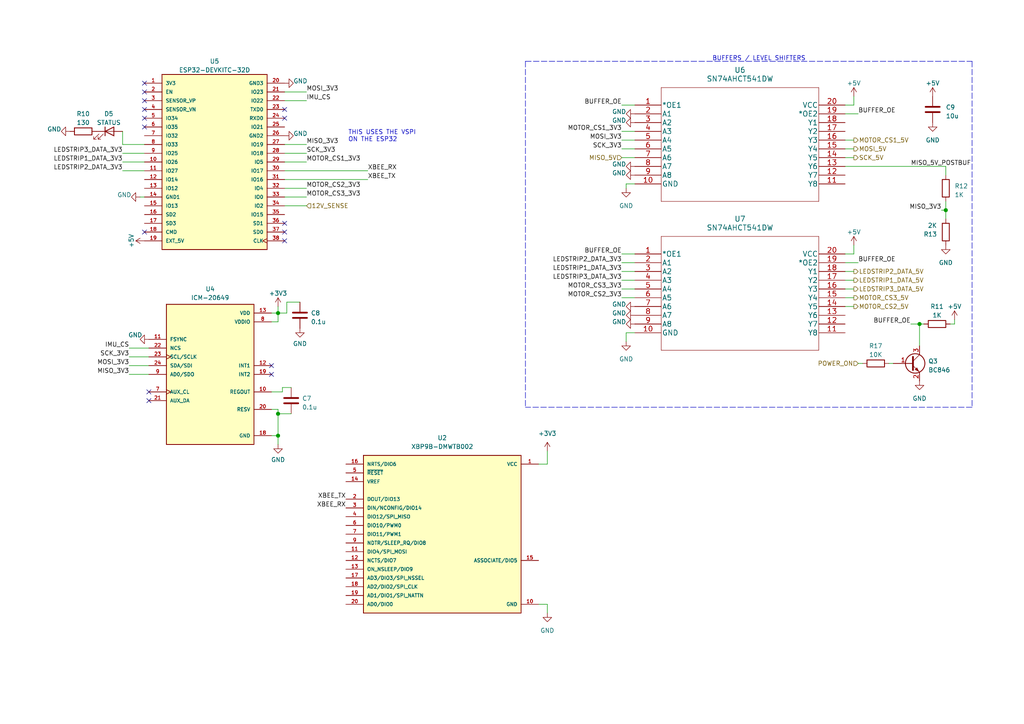
<source format=kicad_sch>
(kicad_sch (version 20211123) (generator eeschema)
  (paper "A4")
  (lib_symbols
    (symbol "Device:C" (pin_numbers hide) (pin_names (offset 0.254))
      (property "Reference" "C" (at 0.635 2.54 0))
      (property "Value" "C" (at 0.635 -2.54 0))
      (symbol "C_0_1"
        (polyline (pts (xy -2.032 -0.762) (xy 2.032 -0.762)) (stroke (width 0.508)))
        (polyline (pts (xy -2.032 0.762) (xy 2.032 0.762)) (stroke (width 0.508)))
      )
      (symbol "C_1_1"
        (pin passive line (at 0 3.81 270) (length 2.794) (name "~") (number "1"))
        (pin passive line (at 0 -3.81 90) (length 2.794) (name "~") (number "2"))
      )
    )
    (symbol "Device:LED" (pin_numbers hide) (pin_names (offset 1.016) hide)
      (property "Reference" "D" (at 0 2.54 0))
      (property "Value" "LED" (at 0 -2.54 0))
      (symbol "LED_0_1"
        (polyline (pts (xy -1.27 -1.27) (xy -1.27 1.27)) (stroke (width 0.254)))
        (polyline (pts (xy -1.27 0) (xy 1.27 0)))
        (polyline (pts (xy 1.27 -1.27) (xy 1.27 1.27) (xy -1.27 0) (xy 1.27 -1.27)) (stroke (width 0.254)))
        (polyline (pts (xy -3.048 -0.762) (xy -4.572 -2.286) (xy -3.81 -2.286) (xy -4.572 -2.286) (xy -4.572 -1.524)))
        (polyline (pts (xy -1.778 -0.762) (xy -3.302 -2.286) (xy -2.54 -2.286) (xy -3.302 -2.286) (xy -3.302 -1.524)))
      )
      (symbol "LED_1_1"
        (pin passive line (at -3.81 0 0) (length 2.54) (name "K") (number "1"))
        (pin passive line (at 3.81 0 180) (length 2.54) (name "A") (number "2"))
      )
    )
    (symbol "Device:R" (pin_numbers hide) (pin_names (offset 0))
      (property "Reference" "R" (at 2.032 0 90))
      (property "Value" "R" (at 0 0 90))
      (symbol "R_0_1"
        (rectangle (start -1.016 -2.54) (end 1.016 2.54) (stroke (width 0.254)))
      )
      (symbol "R_1_1"
        (pin passive line (at 0 3.81 270) (length 1.27) (name "~") (number "1"))
        (pin passive line (at 0 -3.81 90) (length 1.27) (name "~") (number "2"))
      )
    )
    (symbol "ESP32-DEVKITC-32D:ESP32-DEVKITC-32D" (pin_names (offset 1.016))
      (property "Reference" "U" (at -15.2654 26.0604 0))
      (property "Value" "ESP32-DEVKITC-32D" (at -15.2654 -27.9654 0))
      (symbol "ESP32-DEVKITC-32D_0_0"
        (rectangle (start -15.24 -25.4) (end 15.24 25.4) (stroke (width 0.254)) (fill (type background)))
        (pin power_in line (at -20.32 22.86 0) (length 5.08) (name "3V3") (number "1"))
        (pin bidirectional line (at -20.32 0 0) (length 5.08) (name "IO26") (number "10"))
        (pin bidirectional line (at -20.32 -2.54 0) (length 5.08) (name "IO27") (number "11"))
        (pin bidirectional line (at -20.32 -5.08 0) (length 5.08) (name "IO14") (number "12"))
        (pin bidirectional line (at -20.32 -7.62 0) (length 5.08) (name "IO12") (number "13"))
        (pin power_in line (at -20.32 -10.16 0) (length 5.08) (name "GND1") (number "14"))
        (pin bidirectional line (at -20.32 -12.7 0) (length 5.08) (name "IO13") (number "15"))
        (pin bidirectional line (at -20.32 -15.24 0) (length 5.08) (name "SD2") (number "16"))
        (pin bidirectional line (at -20.32 -17.78 0) (length 5.08) (name "SD3") (number "17"))
        (pin bidirectional line (at -20.32 -20.32 0) (length 5.08) (name "CMD") (number "18"))
        (pin power_in line (at -20.32 -22.86 0) (length 5.08) (name "EXT_5V") (number "19"))
        (pin input line (at -20.32 20.32 0) (length 5.08) (name "EN") (number "2"))
        (pin power_in line (at 20.32 22.86 180) (length 5.08) (name "GND3") (number "20"))
        (pin bidirectional line (at 20.32 20.32 180) (length 5.08) (name "IO23") (number "21"))
        (pin bidirectional line (at 20.32 17.78 180) (length 5.08) (name "IO22") (number "22"))
        (pin output line (at 20.32 15.24 180) (length 5.08) (name "TXD0") (number "23"))
        (pin input line (at 20.32 12.7 180) (length 5.08) (name "RXD0") (number "24"))
        (pin bidirectional line (at 20.32 10.16 180) (length 5.08) (name "IO21") (number "25"))
        (pin power_in line (at 20.32 7.62 180) (length 5.08) (name "GND2") (number "26"))
        (pin bidirectional line (at 20.32 5.08 180) (length 5.08) (name "IO19") (number "27"))
        (pin bidirectional line (at 20.32 2.54 180) (length 5.08) (name "IO18") (number "28"))
        (pin bidirectional line (at 20.32 0 180) (length 5.08) (name "IO5") (number "29"))
        (pin input line (at -20.32 17.78 0) (length 5.08) (name "SENSOR_VP") (number "3"))
        (pin bidirectional line (at 20.32 -2.54 180) (length 5.08) (name "IO17") (number "30"))
        (pin bidirectional line (at 20.32 -5.08 180) (length 5.08) (name "IO16") (number "31"))
        (pin bidirectional line (at 20.32 -7.62 180) (length 5.08) (name "IO4") (number "32"))
        (pin bidirectional line (at 20.32 -10.16 180) (length 5.08) (name "IO0") (number "33"))
        (pin bidirectional line (at 20.32 -12.7 180) (length 5.08) (name "IO2") (number "34"))
        (pin bidirectional line (at 20.32 -15.24 180) (length 5.08) (name "IO15") (number "35"))
        (pin bidirectional line (at 20.32 -17.78 180) (length 5.08) (name "SD1") (number "36"))
        (pin bidirectional line (at 20.32 -20.32 180) (length 5.08) (name "SD0") (number "37"))
        (pin input clock (at 20.32 -22.86 180) (length 5.08) (name "CLK") (number "38"))
        (pin input line (at -20.32 15.24 0) (length 5.08) (name "SENSOR_VN") (number "4"))
        (pin bidirectional line (at -20.32 12.7 0) (length 5.08) (name "IO34") (number "5"))
        (pin bidirectional line (at -20.32 10.16 0) (length 5.08) (name "IO35") (number "6"))
        (pin bidirectional line (at -20.32 7.62 0) (length 5.08) (name "IO32") (number "7"))
        (pin bidirectional line (at -20.32 5.08 0) (length 5.08) (name "IO33") (number "8"))
        (pin bidirectional line (at -20.32 2.54 0) (length 5.08) (name "IO25") (number "9"))
      )
    )
    (symbol "ICM-20649:ICM-20649" (pin_names (offset 1.016))
      (property "Reference" "U" (at -12.7254 20.9804 0))
      (property "Value" "ICM-20649" (at -12.7 -22.86 0))
      (symbol "ICM-20649_0_0"
        (rectangle (start -12.7 -20.32) (end 12.7 20.32) (stroke (width 0.254)) (fill (type background)))
        (pin passive line (at 17.78 -5.08 180) (length 5.08) (name "REGOUT") (number "10"))
        (pin input line (at -17.78 10.16 0) (length 5.08) (name "FSYNC") (number "11"))
        (pin output line (at 17.78 2.54 180) (length 5.08) (name "INT1") (number "12"))
        (pin power_in line (at 17.78 17.78 180) (length 5.08) (name "VDD") (number "13"))
        (pin power_in line (at 17.78 -17.78 180) (length 5.08) (name "GND") (number "18"))
        (pin output line (at 17.78 0 180) (length 5.08) (name "INT2") (number "19"))
        (pin passive line (at 17.78 -10.16 180) (length 5.08) (name "RESV") (number "20"))
        (pin bidirectional line (at -17.78 -7.62 0) (length 5.08) (name "AUX_DA") (number "21"))
        (pin input line (at -17.78 7.62 0) (length 5.08) (name "NCS") (number "22"))
        (pin input clock (at -17.78 5.08 0) (length 5.08) (name "SCL/SCLK") (number "23"))
        (pin input line (at -17.78 2.54 0) (length 5.08) (name "SDA/SDI") (number "24"))
        (pin bidirectional clock (at -17.78 -5.08 0) (length 5.08) (name "AUX_CL") (number "7"))
        (pin power_in line (at 17.78 15.24 180) (length 5.08) (name "VDDIO") (number "8"))
        (pin output line (at -17.78 0 0) (length 5.08) (name "AD0/SDO") (number "9"))
      )
    )
    (symbol "SN74AHCT541DW:SN74AHCT541DW" (pin_names (offset 0.254))
      (property "Reference" "U" (at 30.48 10.16 0))
      (property "Value" "SN74AHCT541DW" (at 30.48 7.62 0))
      (symbol "SN74AHCT541DW_1_1"
        (polyline (pts (xy 7.62 -27.94) (xy 53.34 -27.94)) (stroke (width 0.127)))
        (polyline (pts (xy 7.62 5.08) (xy 7.62 -27.94)) (stroke (width 0.127)))
        (polyline (pts (xy 53.34 -27.94) (xy 53.34 5.08)) (stroke (width 0.127)))
        (polyline (pts (xy 53.34 5.08) (xy 7.62 5.08)) (stroke (width 0.127)))
        (pin input line (at 0 0 0) (length 7.62) (name "*OE1") (number "1"))
        (pin power_in line (at 0 -22.86 0) (length 7.62) (name "GND") (number "10"))
        (pin output line (at 60.96 -22.86 180) (length 7.62) (name "Y8") (number "11"))
        (pin output line (at 60.96 -20.32 180) (length 7.62) (name "Y7") (number "12"))
        (pin output line (at 60.96 -17.78 180) (length 7.62) (name "Y6") (number "13"))
        (pin output line (at 60.96 -15.24 180) (length 7.62) (name "Y5") (number "14"))
        (pin output line (at 60.96 -12.7 180) (length 7.62) (name "Y4") (number "15"))
        (pin output line (at 60.96 -10.16 180) (length 7.62) (name "Y3") (number "16"))
        (pin output line (at 60.96 -7.62 180) (length 7.62) (name "Y2") (number "17"))
        (pin output line (at 60.96 -5.08 180) (length 7.62) (name "Y1") (number "18"))
        (pin input line (at 60.96 -2.54 180) (length 7.62) (name "*OE2") (number "19"))
        (pin input line (at 0 -2.54 0) (length 7.62) (name "A1") (number "2"))
        (pin power_in line (at 60.96 0 180) (length 7.62) (name "VCC") (number "20"))
        (pin input line (at 0 -5.08 0) (length 7.62) (name "A2") (number "3"))
        (pin input line (at 0 -7.62 0) (length 7.62) (name "A3") (number "4"))
        (pin input line (at 0 -10.16 0) (length 7.62) (name "A4") (number "5"))
        (pin input line (at 0 -12.7 0) (length 7.62) (name "A5") (number "6"))
        (pin input line (at 0 -15.24 0) (length 7.62) (name "A6") (number "7"))
        (pin input line (at 0 -17.78 0) (length 7.62) (name "A7") (number "8"))
        (pin input line (at 0 -20.32 0) (length 7.62) (name "A8") (number "9"))
      )
    )
    (symbol "Transistor_BJT:BC846" (pin_names (offset 0) hide)
      (property "Reference" "Q" (at 5.08 1.905 0))
      (property "Value" "BC846" (at 5.08 0 0))
      (symbol "BC846_0_1"
        (polyline (pts (xy 0.635 0.635) (xy 2.54 2.54)))
        (polyline (pts (xy 0.635 -0.635) (xy 2.54 -2.54) (xy 2.54 -2.54)))
        (polyline (pts (xy 0.635 1.905) (xy 0.635 -1.905) (xy 0.635 -1.905)) (stroke (width 0.508)))
        (polyline (pts (xy 1.27 -1.778) (xy 1.778 -1.27) (xy 2.286 -2.286) (xy 1.27 -1.778) (xy 1.27 -1.778)) (fill (type outline)))
        (circle (center 1.27 0) (radius 2.8194) (stroke (width 0.254)))
      )
      (symbol "BC846_1_1"
        (pin input line (at -5.08 0 0) (length 5.715) (name "B") (number "1"))
        (pin passive line (at 2.54 -5.08 90) (length 2.54) (name "E") (number "2"))
        (pin passive line (at 2.54 5.08 270) (length 2.54) (name "C") (number "3"))
      )
    )
    (symbol "XBP9B-DMWTB002:XBP9B-DMWTB002" (pin_names (offset 1.016))
      (property "Reference" "U" (at -22.9108 25.4762 0))
      (property "Value" "XBP9B-DMWTB002" (at -22.9108 -25.4508 0))
      (symbol "XBP9B-DMWTB002_0_0"
        (rectangle (start -22.86 -22.86) (end 22.86 22.86) (stroke (width 0.254)) (fill (type background)))
        (pin power_in line (at 27.94 20.32 180) (length 5.08) (name "VCC") (number "1"))
        (pin power_in line (at 27.94 -20.32 180) (length 5.08) (name "GND") (number "10"))
        (pin bidirectional line (at -27.94 -5.08 0) (length 5.08) (name "DIO4/SPI_MOSI") (number "11"))
        (pin bidirectional line (at -27.94 -7.62 0) (length 5.08) (name "NCTS/DIO7") (number "12"))
        (pin bidirectional line (at -27.94 -10.16 0) (length 5.08) (name "ON_NSLEEP/DIO9") (number "13"))
        (pin input line (at -27.94 15.24 0) (length 5.08) (name "VREF") (number "14"))
        (pin output line (at 27.94 -7.62 180) (length 5.08) (name "ASSOCIATE/DIO5") (number "15"))
        (pin input line (at -27.94 20.32 0) (length 5.08) (name "NRTS/DIO6") (number "16"))
        (pin bidirectional line (at -27.94 -12.7 0) (length 5.08) (name "AD3/DIO3/SPI_NSSEL") (number "17"))
        (pin bidirectional line (at -27.94 -15.24 0) (length 5.08) (name "AD2/DIO2/SPI_CLK") (number "18"))
        (pin bidirectional line (at -27.94 -17.78 0) (length 5.08) (name "AD1/DIO1/SPI_NATTN") (number "19"))
        (pin bidirectional line (at -27.94 10.16 0) (length 5.08) (name "DOUT/DIO13") (number "2"))
        (pin bidirectional line (at -27.94 -20.32 0) (length 5.08) (name "AD0/DIO0") (number "20"))
        (pin bidirectional line (at -27.94 7.62 0) (length 5.08) (name "DIN/NCONFIG/DIO14") (number "3"))
        (pin bidirectional line (at -27.94 5.08 0) (length 5.08) (name "DIO12/SPI_MISO") (number "4"))
        (pin input line (at -27.94 17.78 0) (length 5.08) (name "~{RESET}") (number "5"))
        (pin bidirectional line (at -27.94 2.54 0) (length 5.08) (name "DIO10/PWM0") (number "6"))
        (pin bidirectional line (at -27.94 0 0) (length 5.08) (name "DIO11/PWM1") (number "7"))
        (pin bidirectional line (at -27.94 -2.54 0) (length 5.08) (name "NDTR/SLEEP_RQ/DIO8") (number "9"))
      )
    )
    (symbol "power:+3.3V" (power) (pin_names (offset 0))
      (property "Value" "+3.3V" (at 0 3.556 0))
      (symbol "+3.3V_0_1"
        (polyline (pts (xy -0.762 1.27) (xy 0 2.54)))
        (polyline (pts (xy 0 0) (xy 0 2.54)))
        (polyline (pts (xy 0 2.54) (xy 0.762 1.27)))
      )
      (symbol "+3.3V_1_1"
        (pin power_in line (at 0 0 90) (length 0) hide (name "+3V3") (number "1"))
      )
    )
    (symbol "power:+5V" (power) (pin_names (offset 0))
      (property "Value" "+5V" (at 0 3.556 0))
      (symbol "+5V_0_1"
        (polyline (pts (xy -0.762 1.27) (xy 0 2.54)))
        (polyline (pts (xy 0 0) (xy 0 2.54)))
        (polyline (pts (xy 0 2.54) (xy 0.762 1.27)))
      )
      (symbol "+5V_1_1"
        (pin power_in line (at 0 0 90) (length 0) hide (name "+5V") (number "1"))
      )
    )
    (symbol "power:GND" (power) (pin_names (offset 0))
      (property "Value" "GND" (at 0 -3.81 0))
      (symbol "GND_0_1"
        (polyline (pts (xy 0 0) (xy 0 -1.27) (xy 1.27 -1.27) (xy 0 -2.54) (xy -1.27 -1.27) (xy 0 -1.27)))
      )
      (symbol "GND_1_1"
        (pin power_in line (at 0 0 270) (length 0) hide (name "GND") (number "1"))
      )
    )
  )
  (junction (at 266.7 93.98) (diameter 1.016))
  (junction (at 80.645 90.805) (diameter 1.016))
  (junction (at 274.32 60.96) (diameter 1.016))
  (junction (at 80.645 126.365) (diameter 1.016))
  (junction (at 80.645 120.015) (diameter 1.016))
  (no_connect (at 82.55 64.77))
  (no_connect (at 82.55 67.31))
  (no_connect (at 41.91 36.83))
  (no_connect (at 41.91 34.29))
  (no_connect (at 82.55 69.85))
  (no_connect (at 41.91 24.13))
  (no_connect (at 41.91 26.67))
  (no_connect (at 41.91 67.31))
  (no_connect (at 41.91 29.21))
  (no_connect (at 41.91 31.75))
  (no_connect (at 43.18 116.205))
  (no_connect (at 43.18 113.665))
  (no_connect (at 78.74 106.045))
  (no_connect (at 78.74 108.585))
  (no_connect (at 82.55 31.75))
  (no_connect (at 82.55 34.29))
  (wire (pts (xy 82.55 59.69) (xy 88.9 59.69)))
  (wire (pts (xy 245.11 86.36) (xy 247.65 86.36)))
  (wire (pts (xy 245.11 43.18) (xy 247.65 43.18)))
  (wire (pts (xy 274.32 60.96) (xy 274.32 63.5)))
  (wire (pts (xy 245.11 45.72) (xy 247.65 45.72)))
  (wire (pts (xy 78.74 113.665) (xy 81.915 113.665)))
  (wire (pts (xy 81.915 112.395) (xy 84.455 112.395)))
  (wire (pts (xy 81.915 113.665) (xy 81.915 112.395)))
  (wire (pts (xy 78.74 118.745) (xy 80.645 118.745)))
  (wire (pts (xy 80.645 120.015) (xy 80.645 126.365)))
  (wire (pts (xy 80.645 126.365) (xy 80.645 128.905)))
  (wire (pts (xy 80.645 118.745) (xy 80.645 120.015)))
  (wire (pts (xy 37.465 108.585) (xy 43.18 108.585)))
  (wire (pts (xy 106.68 49.53) (xy 82.55 49.53)))
  (wire (pts (xy 245.11 88.9) (xy 247.65 88.9)))
  (wire (pts (xy 37.465 100.965) (xy 43.18 100.965)))
  (polyline (pts (xy 281.94 17.78) (xy 281.94 118.11)) (stroke (width 0) (type dash)))
  (polyline (pts (xy 152.4 17.78) (xy 152.4 118.11)) (stroke (width 0) (type dash)))
  (polyline (pts (xy 281.94 118.11) (xy 152.4 118.11)) (stroke (width 0) (type dash)))
  (polyline (pts (xy 152.4 17.78) (xy 281.94 17.78)) (stroke (width 0) (type dash)))
  (wire (pts (xy 181.61 96.52) (xy 184.15 96.52)))
  (wire (pts (xy 181.61 99.06) (xy 181.61 96.52)))
  (wire (pts (xy 35.56 44.45) (xy 41.91 44.45)))
  (wire (pts (xy 37.465 106.045) (xy 43.18 106.045)))
  (wire (pts (xy 158.75 175.26) (xy 156.21 175.26)))
  (wire (pts (xy 180.34 76.2) (xy 184.15 76.2)))
  (wire (pts (xy 267.97 93.98) (xy 266.7 93.98)))
  (wire (pts (xy 106.68 52.07) (xy 82.55 52.07)))
  (wire (pts (xy 82.55 29.21) (xy 88.9 29.21)))
  (wire (pts (xy 266.7 93.98) (xy 266.7 100.33)))
  (wire (pts (xy 245.11 76.2) (xy 248.92 76.2)))
  (wire (pts (xy 247.65 81.28) (xy 245.11 81.28)))
  (wire (pts (xy 35.56 46.99) (xy 41.91 46.99)))
  (wire (pts (xy 180.34 78.74) (xy 184.15 78.74)))
  (wire (pts (xy 247.65 78.74) (xy 245.11 78.74)))
  (wire (pts (xy 83.185 87.63) (xy 86.995 87.63)))
  (wire (pts (xy 80.645 90.805) (xy 83.185 90.805)))
  (wire (pts (xy 83.185 90.805) (xy 83.185 87.63)))
  (wire (pts (xy 180.34 45.72) (xy 184.15 45.72)))
  (wire (pts (xy 245.11 40.64) (xy 247.65 40.64)))
  (wire (pts (xy 82.55 54.61) (xy 88.9 54.61)))
  (wire (pts (xy 80.645 88.9) (xy 80.645 90.805)))
  (wire (pts (xy 80.645 90.805) (xy 78.74 90.805)))
  (wire (pts (xy 88.9 46.99) (xy 82.55 46.99)))
  (wire (pts (xy 180.34 38.1) (xy 184.15 38.1)))
  (wire (pts (xy 37.465 103.505) (xy 43.18 103.505)))
  (wire (pts (xy 180.34 81.28) (xy 184.15 81.28)))
  (wire (pts (xy 180.34 43.18) (xy 184.15 43.18)))
  (wire (pts (xy 247.65 27.94) (xy 247.65 30.48)))
  (wire (pts (xy 247.65 30.48) (xy 245.11 30.48)))
  (wire (pts (xy 247.65 71.12) (xy 247.65 73.66)))
  (wire (pts (xy 245.11 73.66) (xy 247.65 73.66)))
  (wire (pts (xy 180.34 40.64) (xy 184.15 40.64)))
  (wire (pts (xy 247.65 83.82) (xy 245.11 83.82)))
  (wire (pts (xy 180.34 86.36) (xy 184.15 86.36)))
  (wire (pts (xy 88.9 41.91) (xy 82.55 41.91)))
  (wire (pts (xy 78.74 126.365) (xy 80.645 126.365)))
  (wire (pts (xy 35.56 38.1) (xy 35.56 41.91)))
  (wire (pts (xy 41.91 41.91) (xy 35.56 41.91)))
  (wire (pts (xy 88.9 44.45) (xy 82.55 44.45)))
  (wire (pts (xy 78.74 93.345) (xy 80.645 93.345)))
  (wire (pts (xy 80.645 93.345) (xy 80.645 90.805)))
  (wire (pts (xy 158.75 134.62) (xy 156.21 134.62)))
  (wire (pts (xy 274.32 58.42) (xy 274.32 60.96)))
  (wire (pts (xy 84.455 120.015) (xy 80.645 120.015)))
  (wire (pts (xy 180.34 83.82) (xy 184.15 83.82)))
  (wire (pts (xy 180.34 30.48) (xy 184.15 30.48)))
  (wire (pts (xy 40.64 57.15) (xy 41.91 57.15)))
  (wire (pts (xy 82.55 57.15) (xy 88.9 57.15)))
  (wire (pts (xy 276.86 93.98) (xy 275.59 93.98)))
  (wire (pts (xy 180.34 73.66) (xy 184.15 73.66)))
  (wire (pts (xy 245.11 33.02) (xy 248.92 33.02)))
  (wire (pts (xy 248.92 105.41) (xy 250.19 105.41)))
  (wire (pts (xy 276.86 92.71) (xy 276.86 93.98)))
  (wire (pts (xy 273.05 60.96) (xy 274.32 60.96)))
  (wire (pts (xy 181.61 54.61) (xy 181.61 53.34)))
  (wire (pts (xy 181.61 53.34) (xy 184.15 53.34)))
  (wire (pts (xy 264.16 93.98) (xy 266.7 93.98)))
  (wire (pts (xy 158.75 177.8) (xy 158.75 175.26)))
  (wire (pts (xy 88.9 26.67) (xy 82.55 26.67)))
  (wire (pts (xy 35.56 49.53) (xy 41.91 49.53)))
  (wire (pts (xy 274.32 48.26) (xy 274.32 50.8)))
  (wire (pts (xy 245.11 48.26) (xy 274.32 48.26)))
  (wire (pts (xy 257.81 105.41) (xy 259.08 105.41)))
  (wire (pts (xy 158.75 130.81) (xy 158.75 134.62)))
  (text "BUFFERS / LEVEL SHIFTERS" (at 233.68 17.78 180) (effects (font (size 1.27 1.27)) (justify right bottom)))
  (text "THIS USES THE VSPI\nON THE ESP32" (at 100.965 41.275 0) (effects (font (size 1.27 1.27)) (justify left bottom)))
  (label "LEDSTRIP2_DATA_3V3" (at 35.56 49.53 180))
  (label "LEDSTRIP2_DATA_3V3" (at 180.34 76.2 180))
  (label "SCK_3V3" (at 88.9 44.45 0))
  (label "MISO_3V3" (at 88.9 41.91 0))
  (label "IMU_CS" (at 37.465 100.965 180))
  (label "BUFFER_OE" (at 180.34 30.48 180))
  (label "XBEE_RX" (at 100.33 147.32 180))
  (label "SCK_3V3" (at 37.465 103.505 180))
  (label "MOTOR_CS3_3V3" (at 88.9 57.15 0))
  (label "IMU_CS" (at 88.9 29.21 0))
  (label "MOTOR_CS3_3V3" (at 180.34 83.82 180))
  (label "LEDSTRIP3_DATA_3V3" (at 35.56 44.45 180))
  (label "BUFFER_OE" (at 248.92 33.02 0))
  (label "XBEE_TX" (at 106.68 52.07 0))
  (label "BUFFER_OE" (at 264.16 93.98 180))
  (label "MOSI_3V3" (at 37.465 106.045 180))
  (label "MOSI_3V3" (at 180.34 40.64 180))
  (label "LEDSTRIP1_DATA_3V3" (at 35.56 46.99 180))
  (label "MOTOR_CS1_3V3" (at 180.34 38.1 180))
  (label "MISO_3V3" (at 37.465 108.585 180))
  (label "MOTOR_CS2_3V3" (at 88.9 54.61 0))
  (label "BUFFER_OE" (at 180.34 73.66 180))
  (label "BUFFER_OE" (at 248.92 76.2 0))
  (label "SCK_3V3" (at 180.34 43.18 180))
  (label "LEDSTRIP3_DATA_3V3" (at 180.34 81.28 180))
  (label "XBEE_RX" (at 106.68 49.53 0))
  (label "MISO_5V_POSTBUF" (at 264.16 48.26 0))
  (label "MOTOR_CS1_3V3" (at 88.9 46.99 0))
  (label "XBEE_TX" (at 100.33 144.78 180))
  (label "LEDSTRIP1_DATA_3V3" (at 180.34 78.74 180))
  (label "MOSI_3V3" (at 88.9 26.67 0))
  (label "MOTOR_CS2_3V3" (at 180.34 86.36 180))
  (label "MISO_3V3" (at 273.05 60.96 180))
  (hierarchical_label "MOTOR_CS3_5V" (shape output) (at 247.65 86.36 0))
  (hierarchical_label "MOTOR_CS1_5V" (shape output) (at 247.65 40.64 0))
  (hierarchical_label "MOTOR_CS2_5V" (shape output) (at 247.65 88.9 0))
  (hierarchical_label "LEDSTRIP2_DATA_5V" (shape output) (at 247.65 78.74 0))
  (hierarchical_label "POWER_ON" (shape input) (at 248.92 105.41 180))
  (hierarchical_label "LEDSTRIP3_DATA_5V" (shape output) (at 247.65 83.82 0))
  (hierarchical_label "MISO_5V" (shape input) (at 180.34 45.72 180))
  (hierarchical_label "12V_SENSE" (shape input) (at 88.9 59.69 0))
  (hierarchical_label "LEDSTRIP1_DATA_5V" (shape output) (at 247.65 81.28 0))
  (hierarchical_label "SCK_5V" (shape output) (at 247.65 45.72 0))
  (hierarchical_label "MOSI_5V" (shape output) (at 247.65 43.18 0))
  (symbol (lib_id "Device:C") (at 86.995 91.44 0) (unit 1)
    (property "Reference" "C8" (at 90.17 90.8049 0) (effects (justify left)))
    (property "Value" "0.1u" (at 90.17 93.3449 0) (effects (justify left)))
    (property "Footprint" "Capacitor_SMD:C_0805_2012Metric_Pad1.18x1.45mm_HandSolder" (effects hide))
  )
  (symbol (lib_id "power:+5V") (at 247.65 71.12 0) (unit 1)
    (property "Reference" "#PWR045" (effects hide))
    (property "Value" "+5V" (at 247.65 67.31 0))
  )
  (symbol (lib_id "power:GND") (at 158.75 177.8 0) (unit 1)
    (property "Reference" "#PWR0107" (effects hide))
    (property "Value" "GND" (at 158.75 182.88 0))
  )
  (symbol (lib_id "power:GND") (at 184.15 50.8 270) (unit 1)
    (property "Reference" "#PWR0103" (effects hide))
    (property "Value" "GND" (at 181.61 50.1649 90) (effects (justify right)))
  )
  (symbol (lib_id "Device:LED") (at 31.75 38.1 0) (unit 1)
    (property "Reference" "D5" (at 31.5595 33.02 0))
    (property "Value" "STATUS" (at 31.5595 35.56 0))
    (property "Footprint" "LED_SMD:LED_0805_2012Metric_Pad1.15x1.40mm_HandSolder" (effects hide))
  )
  (symbol (lib_id "power:GND") (at 82.55 24.13 90) (unit 1)
    (property "Reference" "#PWR039" (effects hide))
    (property "Value" "GND" (at 85.09 23.4949 90) (effects (justify right)))
  )
  (symbol (lib_id "power:GND") (at 181.61 99.06 0) (unit 1)
    (property "Reference" "#PWR043" (effects hide))
    (property "Value" "GND" (at 181.61 104.14 0))
  )
  (symbol (lib_id "power:GND") (at 184.15 33.02 270) (unit 1)
    (property "Reference" "#PWR0104" (effects hide))
    (property "Value" "GND" (at 181.61 32.3849 90) (effects (justify right)))
  )
  (symbol (lib_id "power:GND") (at 184.15 91.44 270) (unit 1)
    (property "Reference" "#PWR0110" (effects hide))
    (property "Value" "GND" (at 181.61 90.8049 90) (effects (justify right)))
  )
  (symbol (lib_id "power:GND") (at 184.15 88.9 270) (unit 1)
    (property "Reference" "#PWR0101" (effects hide))
    (property "Value" "GND" (at 181.61 88.2649 90) (effects (justify right)))
  )
  (symbol (lib_id "Device:C") (at 270.51 31.75 0) (unit 1)
    (property "Reference" "C9" (at 274.32 31.1149 0) (effects (justify left)))
    (property "Value" "10u" (at 274.32 33.6549 0) (effects (justify left)))
    (property "Footprint" "Capacitor_SMD:C_1206_3216Metric_Pad1.33x1.80mm_HandSolder" (effects hide))
  )
  (symbol (lib_id "power:GND") (at 181.61 54.61 0) (unit 1)
    (property "Reference" "#PWR042" (effects hide))
    (property "Value" "GND" (at 181.61 59.69 0))
  )
  (symbol (lib_id "ESP32-DEVKITC-32D:ESP32-DEVKITC-32D") (at 62.23 46.99 0) (unit 1)
    (property "Reference" "U5" (at 62.23 17.78 0))
    (property "Value" "ESP32-DEVKITC-32D" (at 62.23 20.32 0))
    (property "Footprint" "NODEMCU_ESP32:MODULE_NODEMCU_ESP32" (effects hide))
    (property "MANUFACTURER" "Espressif Systems" (effects hide))
    (property "PARTREV" "4" (effects hide))
  )
  (symbol (lib_id "power:+5V") (at 41.91 69.85 90) (unit 1)
    (property "Reference" "#PWR035" (effects hide))
    (property "Value" "+5V" (at 38.1 69.85 0))
  )
  (symbol (lib_id "power:+5V") (at 270.51 27.94 0) (unit 1)
    (property "Reference" "#PWR047" (effects hide))
    (property "Value" "+5V" (at 270.51 24.13 0))
  )
  (symbol (lib_id "power:GND") (at 184.15 35.56 270) (unit 1)
    (property "Reference" "#PWR0105" (effects hide))
    (property "Value" "GND" (at 181.61 34.9249 90) (effects (justify right)))
  )
  (symbol (lib_id "power:GND") (at 20.32 38.1 270) (unit 1)
    (property "Reference" "#PWR033" (effects hide))
    (property "Value" "GND" (at 17.78 37.4649 90) (effects (justify right)))
  )
  (symbol (lib_id "power:GND") (at 86.995 95.25 0) (unit 1)
    (property "Reference" "#PWR041" (effects hide))
    (property "Value" "GND" (at 86.995 99.695 0))
  )
  (symbol (lib_id "power:GND") (at 184.15 93.98 270) (unit 1)
    (property "Reference" "#PWR0111" (effects hide))
    (property "Value" "GND" (at 181.61 93.3449 90) (effects (justify right)))
  )
  (symbol (lib_id "power:+5V") (at 276.86 92.71 0) (unit 1)
    (property "Reference" "#PWR050" (effects hide))
    (property "Value" "+5V" (at 276.86 88.9 0))
  )
  (symbol (lib_id "power:+3.3V") (at 158.75 130.81 0) (unit 1)
    (property "Reference" "#PWR0106" (effects hide))
    (property "Value" "+3.3V" (at 158.75 125.73 0))
  )
  (symbol (lib_id "power:GND") (at 274.32 71.12 0) (unit 1)
    (property "Reference" "#PWR049" (effects hide))
    (property "Value" "GND" (at 274.32 76.2 0))
  )
  (symbol (lib_id "power:GND") (at 266.7 110.49 0) (unit 1)
    (property "Reference" "#PWR046" (effects hide))
    (property "Value" "GND" (at 266.7 115.57 0))
  )
  (symbol (lib_id "power:+3.3V") (at 80.645 88.9 0) (unit 1)
    (property "Reference" "#PWR037" (effects hide))
    (property "Value" "+3.3V" (at 80.645 85.09 0))
  )
  (symbol (lib_id "power:GND") (at 40.64 57.15 270) (unit 1)
    (property "Reference" "#PWR034" (effects hide))
    (property "Value" "GND" (at 38.1 56.5149 90) (effects (justify right)))
  )
  (symbol (lib_id "XBP9B-DMWTB002:XBP9B-DMWTB002") (at 128.27 154.94 0) (unit 1)
    (property "Reference" "U2" (at 128.27 127 0))
    (property "Value" "XBP9B-DMWTB002" (at 128.27 129.54 0))
    (property "Footprint" "XBP9-DMWTB002-XBEE-PRO-900HP:DIP2200W51P200L3294H279Q20P" (effects hide))
    (property "MANUFACTURER" "Digi International" (effects hide))
  )
  (symbol (lib_id "SN74AHCT541DW:SN74AHCT541DW") (at 184.15 73.66 0) (unit 1)
    (property "Reference" "U7" (at 214.63 63.5 0) (effects (font (size 1.524 1.524))))
    (property "Value" "SN74AHCT541DW" (at 214.63 66.04 0) (effects (font (size 1.524 1.524))))
    (property "Footprint" "SN74AHCT541DW:SN74AHCT541DW" (effects hide))
  )
  (symbol (lib_id "Device:C") (at 84.455 116.205 0) (unit 1)
    (property "Reference" "C7" (at 87.63 115.5699 0) (effects (justify left)))
    (property "Value" "0.1u" (at 87.63 118.1099 0) (effects (justify left)))
    (property "Footprint" "Capacitor_SMD:C_0805_2012Metric_Pad1.18x1.45mm_HandSolder" (effects hide))
  )
  (symbol (lib_id "power:GND") (at 82.55 39.37 90) (unit 1)
    (property "Reference" "#PWR040" (effects hide))
    (property "Value" "GND" (at 85.09 38.7349 90) (effects (justify right)))
  )
  (symbol (lib_id "SN74AHCT541DW:SN74AHCT541DW") (at 184.15 30.48 0) (unit 1)
    (property "Reference" "U6" (at 214.63 20.32 0) (effects (font (size 1.524 1.524))))
    (property "Value" "SN74AHCT541DW" (at 214.63 22.86 0) (effects (font (size 1.524 1.524))))
    (property "Footprint" "SN74AHCT541DW:SN74AHCT541DW" (effects hide))
  )
  (symbol (lib_id "power:GND") (at 270.51 35.56 0) (unit 1)
    (property "Reference" "#PWR048" (effects hide))
    (property "Value" "GND" (at 270.51 40.64 0))
  )
  (symbol (lib_id "Transistor_BJT:BC846") (at 264.16 105.41 0) (unit 1)
    (property "Reference" "Q3" (at 269.24 104.7749 0) (effects (justify left)))
    (property "Value" "BC846" (at 269.24 107.3149 0) (effects (justify left)))
    (property "Footprint" "Package_TO_SOT_SMD:SOT-23" (effects hide))
    (property "Datasheet" "https://assets.nexperia.com/documents/data-sheet/BC846_SER.pdf" (effects hide))
  )
  (symbol (lib_id "power:GND") (at 43.18 98.425 270) (unit 1)
    (property "Reference" "#PWR036" (effects hide))
    (property "Value" "GND" (at 41.275 97.1549 90) (effects (justify right)))
  )
  (symbol (lib_id "ICM-20649:ICM-20649") (at 60.96 108.585 0) (unit 1)
    (property "Reference" "U4" (at 60.96 83.82 0))
    (property "Value" "ICM-20649" (at 60.96 86.36 0))
    (property "Footprint" "icm-20649:QFN40P300X300X95-24N" (effects hide))
    (property "MF" "TDK InvenSense" (effects hide))
    (property "PRICE" "None" (effects hide))
    (property "PACKAGE" "QFN-24 InvenSense" (effects hide))
    (property "MP" "ICM-20649" (effects hide))
    (property "AVAILABILITY" "Unavailable" (effects hide))
    (property "NOTES" "The center Exposed Pad (EP), for MPU devices is a No Connect (NC) pad. To avoid package stress, do not solder the EP to the PCB. Please refer to the document “AN-IVS-0002A-00”. As a result of these guidelines, the exposed pad has not been included on the PCB footprint. We’ve added a keep-out area under the exposed pad. Please don’t route traces or vias under the part, on the same side of the board" (effects hide))
    (property "DESCRIPTION" "Wide-Range 6-Axis MEMS MotionTracking Device for Sports and High Impact Applications" (effects hide))
  )
  (symbol (lib_id "power:GND") (at 184.15 48.26 270) (unit 1)
    (property "Reference" "#PWR0102" (effects hide))
    (property "Value" "GND" (at 181.61 47.6249 90) (effects (justify right)))
  )
  (symbol (lib_id "Device:R") (at 274.32 54.61 0) (unit 1)
    (property "Reference" "R12" (at 276.86 53.9749 0) (effects (justify left)))
    (property "Value" "1K" (at 276.86 56.5149 0) (effects (justify left)))
    (property "Footprint" "Resistor_SMD:R_0805_2012Metric_Pad1.20x1.40mm_HandSolder" (effects hide))
  )
  (symbol (lib_id "power:+5V") (at 247.65 27.94 0) (unit 1)
    (property "Reference" "#PWR044" (effects hide))
    (property "Value" "+5V" (at 247.65 24.13 0))
  )
  (symbol (lib_id "Device:R") (at 24.13 38.1 90) (unit 1)
    (property "Reference" "R10" (at 24.13 33.02 90))
    (property "Value" "130" (at 24.13 35.56 90))
    (property "Footprint" "Resistor_SMD:R_0805_2012Metric_Pad1.20x1.40mm_HandSolder" (effects hide))
  )
  (symbol (lib_id "Device:R") (at 271.78 93.98 270) (unit 1)
    (property "Reference" "R11" (at 271.78 88.9 90))
    (property "Value" "1K" (at 271.78 91.44 90))
    (property "Footprint" "Resistor_SMD:R_0805_2012Metric_Pad1.20x1.40mm_HandSolder" (effects hide))
  )
  (symbol (lib_id "Device:R") (at 274.32 67.31 180) (unit 1)
    (property "Reference" "R13" (at 271.78 67.9451 0) (effects (justify left)))
    (property "Value" "2K" (at 271.78 65.4051 0) (effects (justify left)))
    (property "Footprint" "Resistor_SMD:R_0805_2012Metric_Pad1.20x1.40mm_HandSolder" (effects hide))
  )
  (symbol (lib_id "power:GND") (at 80.645 128.905 0) (unit 1)
    (property "Reference" "#PWR038" (effects hide))
    (property "Value" "GND" (at 80.645 133.35 0))
  )
  (symbol (lib_id "Device:R") (at 254 105.41 270) (unit 1)
    (property "Reference" "R17" (at 254 100.33 90))
    (property "Value" "10K" (at 254 102.87 90))
    (property "Footprint" "Resistor_SMD:R_0805_2012Metric_Pad1.20x1.40mm_HandSolder" (effects hide))
  )
)
</source>
